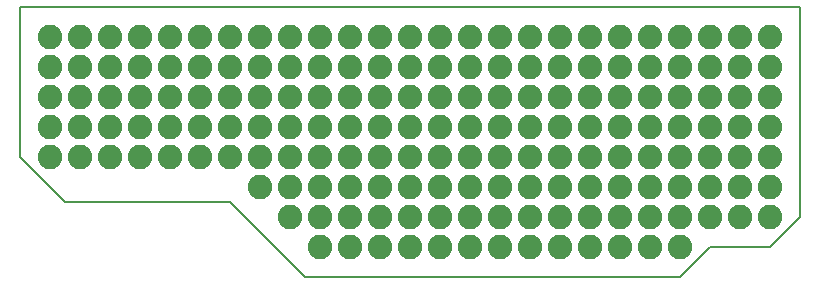
<source format=gts>
G75*
%MOIN*%
%OFA0B0*%
%FSLAX24Y24*%
%IPPOS*%
%LPD*%
%AMOC8*
5,1,8,0,0,1.08239X$1,22.5*
%
%ADD10C,0.0050*%
%ADD11C,0.0820*%
D10*
X001625Y002625D02*
X000125Y004125D01*
X000125Y009125D01*
X026125Y009125D01*
X026125Y002125D01*
X025125Y001125D01*
X023125Y001125D01*
X022125Y000125D01*
X009625Y000125D01*
X007125Y002625D01*
X001625Y002625D01*
D11*
X001125Y004125D03*
X002125Y004125D03*
X003125Y004125D03*
X004125Y004125D03*
X005125Y004125D03*
X006125Y004125D03*
X007125Y004125D03*
X008125Y004125D03*
X009125Y004125D03*
X010125Y004125D03*
X011125Y004125D03*
X012125Y004125D03*
X013125Y004125D03*
X014125Y004125D03*
X015125Y004125D03*
X016125Y004125D03*
X017125Y004125D03*
X018125Y004125D03*
X019125Y004125D03*
X020125Y004125D03*
X021125Y004125D03*
X022125Y004125D03*
X023125Y004125D03*
X024125Y004125D03*
X025125Y004125D03*
X025125Y005125D03*
X024125Y005125D03*
X023125Y005125D03*
X022125Y005125D03*
X021125Y005125D03*
X020125Y005125D03*
X019125Y005125D03*
X018125Y005125D03*
X017125Y005125D03*
X016125Y005125D03*
X015125Y005125D03*
X014125Y005125D03*
X013125Y005125D03*
X012125Y005125D03*
X011125Y005125D03*
X010125Y005125D03*
X009125Y005125D03*
X008125Y005125D03*
X007125Y005125D03*
X006125Y005125D03*
X005125Y005125D03*
X004125Y005125D03*
X003125Y005125D03*
X002125Y005125D03*
X001125Y005125D03*
X001125Y006125D03*
X002125Y006125D03*
X003125Y006125D03*
X004125Y006125D03*
X005125Y006125D03*
X006125Y006125D03*
X007125Y006125D03*
X008125Y006125D03*
X009125Y006125D03*
X010125Y006125D03*
X011125Y006125D03*
X012125Y006125D03*
X013125Y006125D03*
X014125Y006125D03*
X015125Y006125D03*
X016125Y006125D03*
X017125Y006125D03*
X018125Y006125D03*
X019125Y006125D03*
X020125Y006125D03*
X021125Y006125D03*
X022125Y006125D03*
X023125Y006125D03*
X024125Y006125D03*
X025125Y006125D03*
X025125Y007125D03*
X024125Y007125D03*
X023125Y007125D03*
X022125Y007125D03*
X021125Y007125D03*
X020125Y007125D03*
X019125Y007125D03*
X018125Y007125D03*
X017125Y007125D03*
X016125Y007125D03*
X015125Y007125D03*
X014125Y007125D03*
X013125Y007125D03*
X012125Y007125D03*
X011125Y007125D03*
X010125Y007125D03*
X009125Y007125D03*
X008125Y007125D03*
X007125Y007125D03*
X006125Y007125D03*
X005125Y007125D03*
X004125Y007125D03*
X003125Y007125D03*
X002125Y007125D03*
X001125Y007125D03*
X001125Y008125D03*
X002125Y008125D03*
X003125Y008125D03*
X004125Y008125D03*
X005125Y008125D03*
X006125Y008125D03*
X007125Y008125D03*
X008125Y008125D03*
X009125Y008125D03*
X010125Y008125D03*
X011125Y008125D03*
X012125Y008125D03*
X013125Y008125D03*
X014125Y008125D03*
X015125Y008125D03*
X016125Y008125D03*
X017125Y008125D03*
X018125Y008125D03*
X019125Y008125D03*
X020125Y008125D03*
X021125Y008125D03*
X022125Y008125D03*
X023125Y008125D03*
X024125Y008125D03*
X025125Y008125D03*
X025125Y003125D03*
X024125Y003125D03*
X023125Y003125D03*
X022125Y003125D03*
X021125Y003125D03*
X020125Y003125D03*
X019125Y003125D03*
X018125Y003125D03*
X017125Y003125D03*
X016125Y003125D03*
X015125Y003125D03*
X014125Y003125D03*
X013125Y003125D03*
X012125Y003125D03*
X011125Y003125D03*
X010125Y003125D03*
X009125Y003125D03*
X008125Y003125D03*
X009125Y002125D03*
X010125Y002125D03*
X011125Y002125D03*
X012125Y002125D03*
X013125Y002125D03*
X014125Y002125D03*
X015125Y002125D03*
X016125Y002125D03*
X017125Y002125D03*
X018125Y002125D03*
X019125Y002125D03*
X020125Y002125D03*
X021125Y002125D03*
X022125Y002125D03*
X023125Y002125D03*
X024125Y002125D03*
X025125Y002125D03*
X022125Y001125D03*
X021125Y001125D03*
X020125Y001125D03*
X019125Y001125D03*
X018125Y001125D03*
X017125Y001125D03*
X016125Y001125D03*
X015125Y001125D03*
X014125Y001125D03*
X013125Y001125D03*
X012125Y001125D03*
X011125Y001125D03*
X010125Y001125D03*
M02*

</source>
